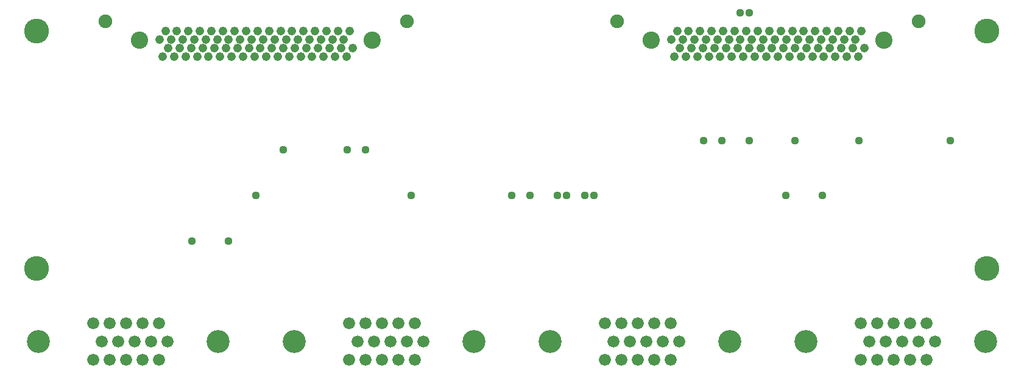
<source format=gbr>
G04 EAGLE Gerber X2 export*
%TF.Part,Single*%
%TF.FileFunction,Soldermask,Bot,1*%
%TF.FilePolarity,Negative*%
%TF.GenerationSoftware,Autodesk,EAGLE,8.6.0*%
%TF.CreationDate,2018-02-23T00:46:13Z*%
G75*
%MOIN*%
%FSLAX34Y34*%
%LPD*%
%AMOC8*
5,1,8,0,0,1.08239X$1,22.5*%
G01*
%ADD10C,0.066000*%
%ADD11C,0.126000*%
%ADD12C,0.136000*%
%ADD13C,0.094583*%
%ADD14C,0.047591*%
%ADD15C,0.074898*%
%ADD16C,0.043654*%


D10*
X53650Y4500D03*
X53200Y5500D03*
X53200Y3500D03*
X52300Y5500D03*
X51400Y5500D03*
X50500Y5500D03*
X49600Y5500D03*
X52750Y4500D03*
X51850Y4500D03*
X50950Y4500D03*
X50050Y4500D03*
X52300Y3500D03*
X51400Y3500D03*
X50500Y3500D03*
X49600Y3500D03*
D11*
X46580Y4500D03*
X56420Y4500D03*
D10*
X39650Y4500D03*
X39200Y5500D03*
X39200Y3500D03*
X38300Y5500D03*
X37400Y5500D03*
X36500Y5500D03*
X35600Y5500D03*
X38750Y4500D03*
X37850Y4500D03*
X36950Y4500D03*
X36050Y4500D03*
X38300Y3500D03*
X37400Y3500D03*
X36500Y3500D03*
X35600Y3500D03*
D11*
X32580Y4500D03*
X42420Y4500D03*
D10*
X25650Y4500D03*
X25200Y5500D03*
X25200Y3500D03*
X24300Y5500D03*
X23400Y5500D03*
X22500Y5500D03*
X21600Y5500D03*
X24750Y4500D03*
X23850Y4500D03*
X22950Y4500D03*
X22050Y4500D03*
X24300Y3500D03*
X23400Y3500D03*
X22500Y3500D03*
X21600Y3500D03*
D11*
X18580Y4500D03*
X28420Y4500D03*
D10*
X11650Y4500D03*
X11200Y5500D03*
X11200Y3500D03*
X10300Y5500D03*
X9400Y5500D03*
X8500Y5500D03*
X7600Y5500D03*
X10750Y4500D03*
X9850Y4500D03*
X8950Y4500D03*
X8050Y4500D03*
X10300Y3500D03*
X9400Y3500D03*
X8500Y3500D03*
X7600Y3500D03*
D11*
X4580Y4500D03*
X14420Y4500D03*
D12*
X56500Y21500D03*
X56500Y8500D03*
X4500Y8500D03*
X4500Y21500D03*
D13*
X50868Y21000D03*
X38132Y21000D03*
D14*
X39380Y20114D03*
X39695Y20567D03*
X40010Y20114D03*
X40325Y20567D03*
X40640Y20114D03*
X40955Y20567D03*
X41270Y20114D03*
X41585Y20567D03*
X41900Y20114D03*
X42215Y20567D03*
X42530Y20114D03*
X42844Y20567D03*
X43159Y20114D03*
X43474Y20567D03*
X43789Y20114D03*
X44104Y20567D03*
X44419Y20114D03*
X44734Y20567D03*
X45049Y20114D03*
X45364Y20567D03*
X45679Y20114D03*
X45994Y20567D03*
X46309Y20114D03*
X46624Y20567D03*
X46939Y20114D03*
X47254Y20567D03*
X47569Y20114D03*
X47884Y20567D03*
X48199Y20114D03*
X48514Y20567D03*
X48829Y20114D03*
X49144Y20567D03*
X49459Y20114D03*
X49774Y20567D03*
X39222Y21039D03*
X39537Y21531D03*
X39852Y21039D03*
X40167Y21531D03*
X40482Y21039D03*
X40797Y21531D03*
X41112Y21039D03*
X41427Y21531D03*
X41742Y21039D03*
X42057Y21531D03*
X42372Y21039D03*
X42687Y21531D03*
X43002Y21039D03*
X43317Y21531D03*
X43632Y21039D03*
X43947Y21531D03*
X44262Y21039D03*
X44577Y21531D03*
X44892Y21039D03*
X45207Y21531D03*
X45522Y21039D03*
X45837Y21531D03*
X46152Y21039D03*
X46467Y21531D03*
X46781Y21039D03*
X47096Y21531D03*
X47411Y21039D03*
X47726Y21531D03*
X48041Y21039D03*
X48356Y21531D03*
X48671Y21039D03*
X48986Y21531D03*
X49301Y21039D03*
X49616Y21531D03*
D15*
X36252Y22035D03*
X52748Y22035D03*
D13*
X22868Y21000D03*
X10132Y21000D03*
D14*
X11380Y20114D03*
X11695Y20567D03*
X12010Y20114D03*
X12325Y20567D03*
X12640Y20114D03*
X12955Y20567D03*
X13270Y20114D03*
X13585Y20567D03*
X13900Y20114D03*
X14215Y20567D03*
X14530Y20114D03*
X14844Y20567D03*
X15159Y20114D03*
X15474Y20567D03*
X15789Y20114D03*
X16104Y20567D03*
X16419Y20114D03*
X16734Y20567D03*
X17049Y20114D03*
X17364Y20567D03*
X17679Y20114D03*
X17994Y20567D03*
X18309Y20114D03*
X18624Y20567D03*
X18939Y20114D03*
X19254Y20567D03*
X19569Y20114D03*
X19884Y20567D03*
X20199Y20114D03*
X20514Y20567D03*
X20829Y20114D03*
X21144Y20567D03*
X21459Y20114D03*
X21774Y20567D03*
X11222Y21039D03*
X11537Y21531D03*
X11852Y21039D03*
X12167Y21531D03*
X12482Y21039D03*
X12797Y21531D03*
X13112Y21039D03*
X13427Y21531D03*
X13742Y21039D03*
X14057Y21531D03*
X14372Y21039D03*
X14687Y21531D03*
X15002Y21039D03*
X15317Y21531D03*
X15632Y21039D03*
X15947Y21531D03*
X16262Y21039D03*
X16577Y21531D03*
X16892Y21039D03*
X17207Y21531D03*
X17522Y21039D03*
X17837Y21531D03*
X18152Y21039D03*
X18467Y21531D03*
X18781Y21039D03*
X19096Y21531D03*
X19411Y21039D03*
X19726Y21531D03*
X20041Y21039D03*
X20356Y21531D03*
X20671Y21039D03*
X20986Y21531D03*
X21301Y21039D03*
X21616Y21531D03*
D15*
X8252Y22035D03*
X24748Y22035D03*
D16*
X46000Y15500D03*
X18000Y15000D03*
X42000Y15500D03*
X25000Y12500D03*
X43000Y22500D03*
X43500Y15500D03*
X41000Y15500D03*
X43500Y22500D03*
X54500Y15500D03*
X16500Y12500D03*
X22500Y15000D03*
X47500Y12500D03*
X33000Y12500D03*
X33500Y12500D03*
X34500Y12500D03*
X31500Y12500D03*
X45500Y12500D03*
X35000Y12500D03*
X30500Y12500D03*
X49500Y15500D03*
X21500Y15000D03*
X13000Y10000D03*
X15000Y10000D03*
M02*

</source>
